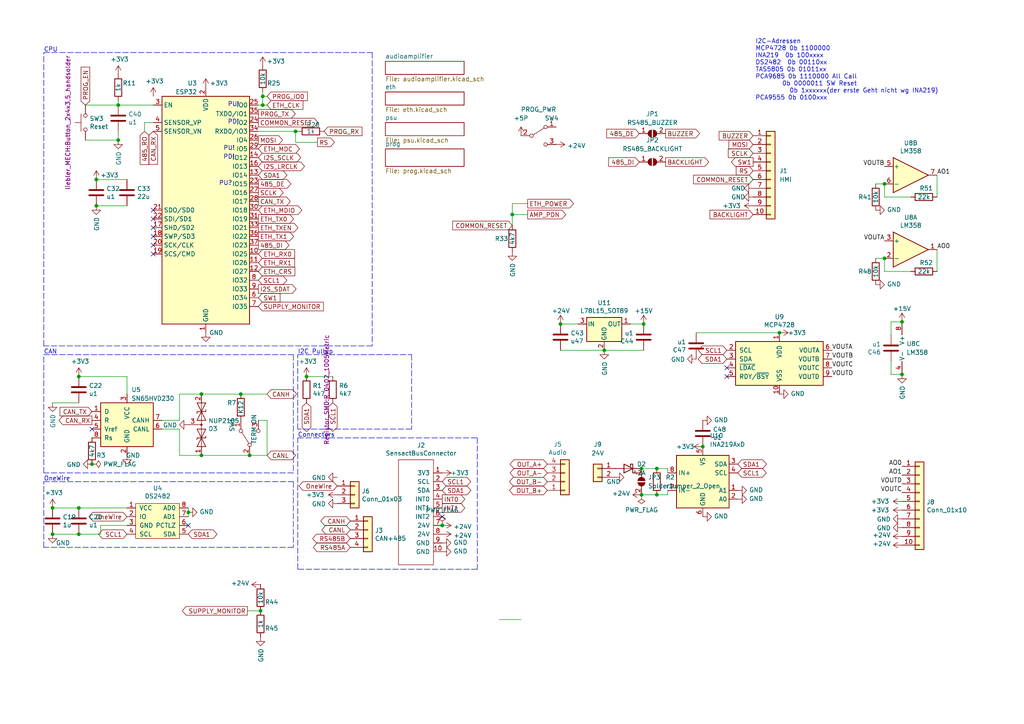
<source format=kicad_sch>
(kicad_sch (version 20211123) (generator eeschema)
  (paper "A4")
  (junction (at 262.89 -29.21))
  (junction (at 203.835 129.54))
  (junction (at 34.29 40.64))
  (junction (at 22.86 109.22))
  (junction (at 26.67 134.62))
  (junction (at 58.42 132.08))
  (junction (at 54.61 148.59))
  (junction (at 226.06 96.52))
  (junction (at 186.69 93.98))
  (junction (at 27.94 59.69))
  (junction (at 256.54 74.93))
  (junction (at 261.62 93.345))
  (junction (at 269.24 -35.56))
  (junction (at 148.59 62.23))
  (junction (at 162.56 93.98))
  (junction (at 58.42 114.3))
  (junction (at 76.2 27.94))
  (junction (at 22.86 147.32))
  (junction (at 251.46 -39.37))
  (junction (at 27.94 52.07))
  (junction (at 190.5 143.51))
  (junction (at 15.24 147.32))
  (junction (at 72.39 132.08))
  (junction (at 75.565 177.165))
  (junction (at 76.2 30.48))
  (junction (at 186.055 135.89))
  (junction (at 22.86 154.94))
  (junction (at 85.725 38.1))
  (junction (at 262.89 -21.59))
  (junction (at 88.9 109.22))
  (junction (at 186.055 143.51))
  (junction (at 261.62 108.585))
  (junction (at 128.27 152.4))
  (junction (at 69.85 114.3))
  (junction (at 34.29 30.48))
  (junction (at 175.26 101.6))
  (junction (at 256.54 53.34))
  (junction (at 190.5 135.89))
  (junction (at 15.24 154.94))
  (junction (at 266.7 -29.21))
  (no_connect (at 44.45 60.96))
  (no_connect (at 44.45 73.66))
  (no_connect (at 210.82 109.22))
  (no_connect (at 210.82 106.68))
  (no_connect (at 54.61 152.4))
  (no_connect (at 26.67 124.46))
  (no_connect (at 44.45 68.58))
  (no_connect (at 128.27 149.86))
  (no_connect (at 44.45 63.5))
  (no_connect (at 44.45 71.12))
  (no_connect (at 44.45 66.04))
  (wire (pts (xy 34.29 38.1) (xy 34.29 40.64)))
  (wire (pts (xy 226.06 96.52) (xy 201.93 96.52)))
  (polyline (pts (xy 287.02 -8.89) (xy 287.02 -40.64)))
  (wire (pts (xy 46.99 124.46) (xy 52.07 124.46)))
  (wire (pts (xy 262.89 -21.59) (xy 262.89 -26.67)))
  (polyline (pts (xy 86.36 124.46) (xy 86.36 102.87)))
  (wire (pts (xy 34.29 30.48) (xy 24.765 30.48)))
  (wire (pts (xy 162.56 101.6) (xy 175.26 101.6)))
  (wire (pts (xy 22.86 147.32) (xy 36.83 147.32)))
  (wire (pts (xy 85.725 38.1) (xy 86.36 38.1)))
  (wire (pts (xy 271.78 -26.67) (xy 270.51 -26.67)))
  (wire (pts (xy 271.78 72.39) (xy 271.78 78.74)))
  (polyline (pts (xy 12.7 137.16) (xy 12.7 102.87)))
  (polyline (pts (xy 107.95 15.24) (xy 107.95 100.33)))
  (wire (pts (xy 190.5 143.51) (xy 193.675 143.51)))
  (wire (pts (xy 36.83 59.69) (xy 27.94 59.69)))
  (wire (pts (xy 54.61 148.59) (xy 54.61 149.86)))
  (wire (pts (xy 264.16 57.15) (xy 256.54 57.15)))
  (wire (pts (xy 15.24 147.32) (xy 22.86 147.32)))
  (wire (pts (xy 258.445 108.585) (xy 261.62 108.585)))
  (wire (pts (xy 190.5 135.89) (xy 186.055 135.89)))
  (polyline (pts (xy 86.36 102.87) (xy 119.38 102.87)))
  (wire (pts (xy 58.42 114.3) (xy 69.85 114.3)))
  (wire (pts (xy 241.3 -26.67) (xy 241.3 -24.13)))
  (wire (pts (xy 258.445 93.345) (xy 258.445 97.155)))
  (wire (pts (xy 76.2 27.94) (xy 76.2 30.48)))
  (wire (pts (xy 254 74.93) (xy 256.54 74.93)))
  (wire (pts (xy 258.445 104.775) (xy 258.445 108.585)))
  (wire (pts (xy 264.16 78.74) (xy 256.54 78.74)))
  (wire (pts (xy 148.59 59.055) (xy 153.035 59.055)))
  (wire (pts (xy 182.88 93.98) (xy 186.69 93.98)))
  (wire (pts (xy 58.42 114.3) (xy 52.07 114.3)))
  (polyline (pts (xy 85.09 158.75) (xy 12.7 158.75)))
  (wire (pts (xy 251.46 -39.37) (xy 237.49 -39.37)))
  (polyline (pts (xy 86.36 127) (xy 138.43 127)))
  (wire (pts (xy 29.21 152.4) (xy 29.21 154.94)))
  (polyline (pts (xy 85.09 102.87) (xy 85.09 137.16)))
  (polyline (pts (xy 12.7 100.33) (xy 12.7 15.24)))
  (polyline (pts (xy 232.41 -8.89) (xy 232.41 -40.64)))
  (wire (pts (xy 256.54 53.34) (xy 254 53.34)))
  (wire (pts (xy 36.83 52.07) (xy 27.94 52.07)))
  (wire (pts (xy 175.26 101.6) (xy 186.69 101.6)))
  (wire (pts (xy 261.62 93.345) (xy 258.445 93.345)))
  (wire (pts (xy 71.755 177.165) (xy 75.565 177.165)))
  (wire (pts (xy 22.86 116.84) (xy 15.24 116.84)))
  (polyline (pts (xy 232.41 -40.64) (xy 287.02 -40.64)))
  (wire (pts (xy 162.56 93.98) (xy 167.64 93.98)))
  (wire (pts (xy 256.54 78.74) (xy 256.54 74.93)))
  (polyline (pts (xy 85.09 139.7) (xy 85.09 158.75)))
  (wire (pts (xy 34.29 30.48) (xy 44.45 30.48)))
  (wire (pts (xy 269.24 -29.21) (xy 269.24 -35.56)))
  (wire (pts (xy 52.07 132.08) (xy 58.42 132.08)))
  (wire (pts (xy 44.45 35.56) (xy 41.91 35.56)))
  (polyline (pts (xy 12.7 139.7) (xy 85.09 139.7)))
  (wire (pts (xy 36.83 152.4) (xy 29.21 152.4)))
  (wire (pts (xy 72.39 132.08) (xy 77.47 132.08)))
  (polyline (pts (xy 86.36 165.1) (xy 86.36 127)))
  (polyline (pts (xy 85.09 137.16) (xy 12.7 137.16)))
  (wire (pts (xy 148.59 62.23) (xy 153.035 62.23)))
  (wire (pts (xy 265.43 -21.59) (xy 262.89 -21.59)))
  (wire (pts (xy 266.7 -29.21) (xy 262.89 -29.21)))
  (wire (pts (xy 69.85 114.3) (xy 77.47 114.3)))
  (wire (pts (xy 54.61 147.32) (xy 54.61 148.59)))
  (wire (pts (xy 41.91 35.56) (xy 41.91 38.1)))
  (polyline (pts (xy 12.7 158.75) (xy 12.7 139.7)))
  (wire (pts (xy 77.47 27.94) (xy 76.2 27.94)))
  (wire (pts (xy 279.4 -31.75) (xy 271.78 -31.75)))
  (wire (pts (xy 22.86 154.94) (xy 15.24 154.94)))
  (wire (pts (xy 193.675 135.89) (xy 193.675 137.16)))
  (wire (pts (xy 190.5 135.89) (xy 193.675 135.89)))
  (wire (pts (xy 52.07 121.92) (xy 46.99 121.92)))
  (polyline (pts (xy 232.41 -8.89) (xy 287.02 -8.89)))
  (wire (pts (xy 76.2 26.67) (xy 76.2 27.94)))
  (polyline (pts (xy 138.43 127) (xy 138.43 165.1)))
  (wire (pts (xy 271.78 -31.75) (xy 271.78 -26.67)))
  (wire (pts (xy 148.59 62.23) (xy 148.59 59.055)))
  (wire (pts (xy 22.86 109.22) (xy 36.83 109.22)))
  (wire (pts (xy 92.075 41.275) (xy 85.725 41.275)))
  (wire (pts (xy 269.24 -35.56) (xy 269.24 -39.37)))
  (wire (pts (xy 85.725 41.275) (xy 85.725 38.1)))
  (wire (pts (xy 193.675 143.51) (xy 193.675 142.24)))
  (wire (pts (xy 34.29 40.64) (xy 24.765 40.64)))
  (polyline (pts (xy 12.7 15.24) (xy 107.95 15.24)))
  (wire (pts (xy 279.4 -33.02) (xy 279.4 -31.75)))
  (wire (pts (xy 266.7 -31.75) (xy 266.7 -29.21)))
  (wire (pts (xy 144.78 179.705) (xy 151.13 179.705)))
  (wire (pts (xy 261.62 -21.59) (xy 262.89 -21.59)))
  (polyline (pts (xy 119.38 124.46) (xy 86.36 124.46)))
  (wire (pts (xy 58.42 132.08) (xy 72.39 132.08)))
  (wire (pts (xy 52.07 114.3) (xy 52.07 121.92)))
  (wire (pts (xy 36.83 114.3) (xy 36.83 109.22)))
  (wire (pts (xy 262.89 -29.21) (xy 261.62 -29.21)))
  (wire (pts (xy 271.78 50.8) (xy 271.78 57.15)))
  (polyline (pts (xy 107.95 100.33) (xy 12.7 100.33)))
  (wire (pts (xy 74.93 30.48) (xy 76.2 30.48)))
  (polyline (pts (xy 119.38 102.87) (xy 119.38 124.46)))
  (polyline (pts (xy 138.43 165.1) (xy 86.36 165.1)))
  (wire (pts (xy 279.4 -39.37) (xy 279.4 -38.1)))
  (wire (pts (xy 77.47 121.92) (xy 77.47 132.08)))
  (wire (pts (xy 52.07 124.46) (xy 52.07 132.08)))
  (wire (pts (xy 269.24 -39.37) (xy 279.4 -39.37)))
  (wire (pts (xy 29.21 154.94) (xy 22.86 154.94)))
  (wire (pts (xy 186.055 143.51) (xy 190.5 143.51)))
  (wire (pts (xy 74.93 121.92) (xy 77.47 121.92)))
  (wire (pts (xy 96.52 109.22) (xy 88.9 109.22)))
  (wire (pts (xy 256.54 57.15) (xy 256.54 53.34)))
  (wire (pts (xy 74.93 38.1) (xy 85.725 38.1)))
  (wire (pts (xy 266.7 -29.21) (xy 269.24 -29.21)))
  (wire (pts (xy 148.59 65.405) (xy 148.59 62.23)))
  (wire (pts (xy 76.2 30.48) (xy 77.47 30.48)))
  (polyline (pts (xy 12.7 102.87) (xy 85.09 102.87)))
  (wire (pts (xy 34.29 30.48) (xy 34.29 29.21)))
  (text "OneWire" (at 12.7 139.7 0) (effects (font (size 1.27 1.27)) (justify left bottom)))
  (text "PU!" (at 64.77 43.815 0) (effects (font (size 1.27 1.27)) (justify left bottom)))
  (text "Connectors" (at 86.36 127 0) (effects (font (size 1.27 1.27)) (justify left bottom)))
  (text "I2C-Adressen\nMCP4728 0b 1100000\nINA219  0b 100xxxx\nDS2482  0b 00110xx\nTAS5805 0b 01011xx\nPCA9685 0b 1110000 All Call\n        0b 0000011 SW Reset\n		0b 1xxxxxx(der erste Geht nicht wg INA219)\nPCA9555 0b 0100xxx" (at 219.075 29.21 0) (effects (font (size 1.27 1.27)) (justify left bottom)))
  (text "RS485" (at 232.41 -40.64 0) (effects (font (size 1.27 1.27)) (justify left bottom)))
  (text "PD!" (at 64.77 46.355 0) (effects (font (size 1.27 1.27)) (justify left bottom)))
  (text "PU!" (at 66.04 31.115 0) (effects (font (size 1.27 1.27)) (justify left bottom)))
  (text "I2C Pullup" (at 86.36 102.87 0) (effects (font (size 1.27 1.27)) (justify left bottom)))
  (text "PD!" (at 66.04 36.195 0) (effects (font (size 1.27 1.27)) (justify left bottom)))
  (text "CAN" (at 12.7 102.87 0) (effects (font (size 1.27 1.27)) (justify left bottom)))
  (text "PU?" (at 63.5 53.975 0) (effects (font (size 1.27 1.27)) (justify left bottom)))
  (text "CPU" (at 12.7 15.24 0) (effects (font (size 1.27 1.27)) (justify left bottom)))
  (label "AO0" (at 271.78 72.39 0))
  (label "VOUTD" (at 241.3 109.22 0))
  (label "VOUTC" (at 261.62 142.875 180))
  (label "VOUTD" (at 261.62 140.335 180))
  (label "AO1" (at 261.62 137.795 180))
  (label "VOUTA" (at 241.3 101.6 0))
  (label "VOUTB" (at 241.3 104.14 0))
  (label "VOUTC" (at 241.3 106.68 0))
  (label "AO0" (at 261.62 135.255 180))
  (label "VOUTB" (at 256.54 48.26 180))
  (label "AO1" (at 271.78 50.8 0))
  (label "VOUTA" (at 256.54 69.85 180))
  (global_label "AMP_PDN" (shape output) (at 153.035 62.23 0) (property "Intersheet References" "${INTERSHEET_REFS}" (effects hide)))
  (global_label "SCL1" (shape bidirectional) (at 213.995 137.16 0) (property "Intersheet References" "${INTERSHEET_REFS}" (effects hide)))
  (global_label "SDA1" (shape bidirectional) (at 213.995 134.62 0) (property "Intersheet References" "${INTERSHEET_REFS}" (effects hide)))
  (global_label "PROG_IO0" (shape input) (at 77.47 27.94 0) (property "Intersheet References" "${INTERSHEET_REFS}" (effects hide)))
  (global_label "CANL" (shape bidirectional) (at 77.47 132.08 0) (property "Intersheet References" "${INTERSHEET_REFS}" (effects hide)))
  (global_label "ETH_TX1" (shape output) (at 74.93 68.58 0) (property "Intersheet References" "${INTERSHEET_REFS}" (effects hide)))
  (global_label "OUT_B+" (shape bidirectional) (at 158.75 142.24 180) (property "Intersheet References" "${INTERSHEET_REFS}" (effects hide)))
  (global_label "SUPPLY_MONITOR" (shape output) (at 71.755 177.165 180) (property "Intersheet References" "${INTERSHEET_REFS}" (effects hide)))
  (global_label "INT0" (shape output) (at 128.27 144.78 0) (property "Intersheet References" "${INTERSHEET_REFS}" (effects hide)))
  (global_label "SDA1" (shape bidirectional) (at 54.61 154.94 0) (property "Intersheet References" "${INTERSHEET_REFS}" (effects hide)))
  (global_label "RS485B" (shape bidirectional) (at 101.6 156.21 180) (property "Intersheet References" "${INTERSHEET_REFS}" (effects hide)))
  (global_label "PROG_RX" (shape input) (at 93.98 38.1 0) (property "Intersheet References" "${INTERSHEET_REFS}" (effects hide)))
  (global_label "SDA1" (shape bidirectional) (at 88.9 116.84 270) (property "Intersheet References" "${INTERSHEET_REFS}" (effects hide)))
  (global_label "ETH_RX1" (shape input) (at 74.93 76.2 0) (property "Intersheet References" "${INTERSHEET_REFS}" (effects hide)))
  (global_label "SDA1" (shape bidirectional) (at 128.27 142.24 0) (property "Intersheet References" "${INTERSHEET_REFS}" (effects hide)))
  (global_label "SW1" (shape output) (at 218.44 46.99 180) (property "Intersheet References" "${INTERSHEET_REFS}" (effects hide)))
  (global_label "OneWire" (shape bidirectional) (at 36.83 149.86 180) (property "Intersheet References" "${INTERSHEET_REFS}" (effects hide)))
  (global_label "COMMON_RESET" (shape input) (at 218.44 52.07 180) (property "Intersheet References" "${INTERSHEET_REFS}" (effects hide)))
  (global_label "OUT_B-" (shape bidirectional) (at 158.75 139.7 180) (property "Intersheet References" "${INTERSHEET_REFS}" (effects hide)))
  (global_label "SCL1" (shape bidirectional) (at 96.52 116.84 270) (property "Intersheet References" "${INTERSHEET_REFS}" (effects hide)))
  (global_label "CANL" (shape bidirectional) (at 101.6 153.67 180) (property "Intersheet References" "${INTERSHEET_REFS}" (effects hide)))
  (global_label "OUT_A+" (shape bidirectional) (at 158.75 134.62 180) (property "Intersheet References" "${INTERSHEET_REFS}" (effects hide)))
  (global_label "BUZZER" (shape input) (at 218.44 39.37 180) (property "Intersheet References" "${INTERSHEET_REFS}" (effects hide)))
  (global_label "CAN_RX" (shape output) (at 26.67 121.92 180) (property "Intersheet References" "${INTERSHEET_REFS}" (effects hide)))
  (global_label "485_RO" (shape output) (at 241.3 -29.21 180) (property "Intersheet References" "${INTERSHEET_REFS}" (effects hide)))
  (global_label "COMMON_RESET" (shape input) (at 148.59 65.405 180) (property "Intersheet References" "${INTERSHEET_REFS}" (effects hide)))
  (global_label "485_RO" (shape input) (at 41.91 38.1 270) (property "Intersheet References" "${INTERSHEET_REFS}" (effects hide)))
  (global_label "485_DE" (shape input) (at 185.42 38.735 180) (property "Intersheet References" "${INTERSHEET_REFS}" (effects hide)))
  (global_label "BACKLIGHT" (shape output) (at 193.04 46.99 0) (property "Intersheet References" "${INTERSHEET_REFS}" (effects hide)))
  (global_label "RS485A" (shape bidirectional) (at 265.43 -21.59 0) (property "Intersheet References" "${INTERSHEET_REFS}" (effects hide)))
  (global_label "RS485B" (shape bidirectional) (at 266.7 -31.75 90) (property "Intersheet References" "${INTERSHEET_REFS}" (effects hide)))
  (global_label "485_DI" (shape input) (at 185.42 46.99 180) (property "Intersheet References" "${INTERSHEET_REFS}" (effects hide)))
  (global_label "ETH_RX0" (shape input) (at 74.93 73.66 0) (property "Intersheet References" "${INTERSHEET_REFS}" (effects hide)))
  (global_label "BUZZER" (shape output) (at 193.04 38.735 0) (property "Intersheet References" "${INTERSHEET_REFS}" (effects hide)))
  (global_label "SCL1" (shape bidirectional) (at 210.82 101.6 180) (property "Intersheet References" "${INTERSHEET_REFS}" (effects hide)))
  (global_label "485_DE" (shape input) (at 241.3 -25.4 180) (property "Intersheet References" "${INTERSHEET_REFS}" (effects hide)))
  (global_label "SCL1" (shape bidirectional) (at 128.27 139.7 0) (property "Intersheet References" "${INTERSHEET_REFS}" (effects hide)))
  (global_label "OUT_A-" (shape bidirectional) (at 158.75 137.16 180) (property "Intersheet References" "${INTERSHEET_REFS}" (effects hide)))
  (global_label "OneWire" (shape bidirectional) (at 97.79 140.97 180) (property "Intersheet References" "${INTERSHEET_REFS}" (effects hide)))
  (global_label "I2S_LRCLK" (shape bidirectional) (at 74.93 48.26 0) (property "Intersheet References" "${INTERSHEET_REFS}" (effects hide)))
  (global_label "RS485A" (shape bidirectional) (at 101.6 158.75 180) (property "Intersheet References" "${INTERSHEET_REFS}" (effects hide)))
  (global_label "SDA1" (shape bidirectional) (at 74.93 50.8 0) (property "Intersheet References" "${INTERSHEET_REFS}" (effects hide)))
  (global_label "RS" (shape input) (at 218.44 49.53 180) (property "Intersheet References" "${INTERSHEET_REFS}" (effects hide)))
  (global_label "SDA1" (shape bidirectional) (at 210.82 104.14 180) (property "Intersheet References" "${INTERSHEET_REFS}" (effects hide)))
  (global_label "RS485B" (shape bidirectional) (at 284.48 -21.59 90) (property "Intersheet References" "${INTERSHEET_REFS}" (effects hide)))
  (global_label "MOSI" (shape output) (at 74.93 40.64 0) (property "Intersheet References" "${INTERSHEET_REFS}" (effects hide)))
  (global_label "CANH" (shape bidirectional) (at 77.47 114.3 0) (property "Intersheet References" "${INTERSHEET_REFS}" (effects hide)))
  (global_label "485_DE" (shape output) (at 74.93 53.34 0) (property "Intersheet References" "${INTERSHEET_REFS}" (effects hide)))
  (global_label "I2S_SCLK" (shape bidirectional) (at 74.93 45.72 0) (property "Intersheet References" "${INTERSHEET_REFS}" (effects hide)))
  (global_label "ETH_TXEN" (shape output) (at 74.93 66.04 0) (property "Intersheet References" "${INTERSHEET_REFS}" (effects hide)))
  (global_label "INT1" (shape output) (at 128.27 147.32 0) (property "Intersheet References" "${INTERSHEET_REFS}" (effects hide)))
  (global_label "485_DI" (shape output) (at 74.93 71.12 0) (property "Intersheet References" "${INTERSHEET_REFS}" (effects hide)))
  (global_label "PROG_EN" (shape input) (at 24.765 30.48 90) (property "Intersheet References" "${INTERSHEET_REFS}" (effects hide)))
  (global_label "CAN_RX" (shape input) (at 44.45 38.1 270) (property "Intersheet References" "${INTERSHEET_REFS}" (effects hide)))
  (global_label "CANH" (shape bidirectional) (at 101.6 151.13 180) (property "Intersheet References" "${INTERSHEET_REFS}" (effects hide)))
  (global_label "BACKLIGHT" (shape input) (at 218.44 62.23 180) (property "Intersheet References" "${INTERSHEET_REFS}" (effects hide)))
  (global_label "SCLK" (shape input) (at 218.44 44.45 180) (property "Intersheet References" "${INTERSHEET_REFS}" (effects hide)))
  (global_label "CAN_TX" (shape input) (at 26.67 119.38 180) (property "Intersheet References" "${INTERSHEET_REFS}" (effects hide)))
  (global_label "CAN_TX" (shape output) (at 74.93 58.42 0) (property "Intersheet References" "${INTERSHEET_REFS}" (effects hide)))
  (global_label "COMMON_RESET" (shape output) (at 74.93 35.56 0) (property "Intersheet References" "${INTERSHEET_REFS}" (effects hide)))
  (global_label "RS" (shape output) (at 92.075 41.275 0) (property "Intersheet References" "${INTERSHEET_REFS}" (effects hide)))
  (global_label "SUPPLY_MONITOR" (shape input) (at 74.93 88.9 0) (property "Intersheet References" "${INTERSHEET_REFS}" (effects hide)))
  (global_label "SCL1" (shape bidirectional) (at 36.83 154.94 180) (property "Intersheet References" "${INTERSHEET_REFS}" (effects hide)))
  (global_label "ETH_MDC" (shape bidirectional) (at 74.93 43.18 0) (property "Intersheet References" "${INTERSHEET_REFS}" (effects hide)))
  (global_label "I2S_SDAT" (shape output) (at 74.93 83.82 0) (property "Intersheet References" "${INTERSHEET_REFS}" (effects hide)))
  (global_label "RS485A" (shape bidirectional) (at 279.4 -21.59 90) (property "Intersheet References" "${INTERSHEET_REFS}" (effects hide)))
  (global_label "ETH_MDIO" (shape bidirectional) (at 74.93 60.96 0) (property "Intersheet References" "${INTERSHEET_REFS}" (effects hide)))
  (global_label "485_DI" (shape input) (at 241.3 -21.59 180) (property "Intersheet References" "${INTERSHEET_REFS}" (effects hide)))
  (global_label "ETH_TX0" (shape output) (at 74.93 63.5 0) (property "Intersheet References" "${INTERSHEET_REFS}" (effects hide)))
  (global_label "ETH_CRS" (shape input) (at 74.93 78.74 0) (property "Intersheet References" "${INTERSHEET_REFS}" (effects hide)))
  (global_label "ETH_CLK" (shape input) (at 77.47 30.48 0) (property "Intersheet References" "${INTERSHEET_REFS}" (effects hide)))
  (global_label "PROG_TX" (shape output) (at 74.93 33.02 0) (property "Intersheet References" "${INTERSHEET_REFS}" (effects hide)))
  (global_label "SCL1" (shape bidirectional) (at 74.93 81.28 0) (property "Intersheet References" "${INTERSHEET_REFS}" (effects hide)))
  (global_label "ETH_POWER" (shape output) (at 153.035 59.055 0) (property "Intersheet References" "${INTERSHEET_REFS}" (effects hide)))
  (global_label "MOSI" (shape input) (at 218.44 41.91 180) (property "Intersheet References" "${INTERSHEET_REFS}" (effects hide)))
  (global_label "SW1" (shape input) (at 74.93 86.36 0) (property "Intersheet References" "${INTERSHEET_REFS}" (effects hide)))
  (global_label "SCLK" (shape output) (at 74.93 55.88 0) (property "Intersheet References" "${INTERSHEET_REFS}" (effects hide)))
  (symbol (lib_id "Connector_Generic:Conn_01x04") (at 106.68 153.67 0) (unit 1)
    (property "Reference" "J3" (at 108.712 153.8732 0) (effects (justify left)))
    (property "Value" "CAN+485" (at 108.712 156.1846 0) (effects (justify left)))
    (property "Footprint" "Connector_Phoenix_MC:PhoenixContact_MC_1,5_4-G-3.5_1x04_P3.50mm_Horizontal" (effects hide))
  )
  (symbol (lib_id "RF_Module:ESP32-WROOM-32U") (at 59.69 60.96 0) (unit 1)
    (property "Reference" "U3" (at 57.15 24.13 0) (effects (justify right)))
    (property "Value" "ESP32" (at 57.15 26.67 0) (effects (justify right)))
    (property "Footprint" "RF_Module:ESP32-WROOM-32" (effects hide))
    (property "Datasheet" "https://www.espressif.com/sites/default/files/documentation/esp32-wroom-32d_esp32-wroom-32u_datasheet_en.pdf" (effects hide))
  )
  (symbol (lib_id "Interface_CAN_LIN:SN65HVD230") (at 36.83 121.92 0) (unit 1)
    (property "Reference" "U5" (at 38.1 113.03 0) (effects (justify left)))
    (property "Value" "SN65HVD230" (at 38.1 115.57 0) (effects (justify left)))
    (property "Footprint" "Package_SO:SOIC-8_3.9x4.9mm_P1.27mm" (effects hide))
    (property "Datasheet" "http://www.ti.com/lit/ds/symlink/sn65hvd230.pdf" (effects hide))
  )
  (symbol (lib_id "Device:C") (at 22.86 113.03 0) (unit 1)
    (property "Reference" "C22" (at 25.781 111.8616 0) (effects (justify left)))
    (property "Value" "u1" (at 25.781 114.173 0) (effects (justify left)))
    (property "Footprint" "Capacitor_SMD:C_0402_1005Metric" (effects hide))
  )
  (symbol (lib_id "power:GND") (at 15.24 116.84 0) (unit 1)
    (property "Reference" "#PWR0101" (effects hide))
    (property "Value" "GND" (at 15.367 120.0912 90) (effects (justify right)))
  )
  (symbol (lib_id "power:+3V3") (at 22.86 109.22 0) (unit 1)
    (property "Reference" "#PWR0102" (effects hide))
    (property "Value" "+3V3" (at 23.241 104.8258 0))
  )
  (symbol (lib_id "Device:R") (at 88.9 113.03 0) (unit 1)
    (property "Reference" "R1" (at 90.678 111.8616 0) (effects (justify left)))
    (property "Value" "4k7" (at 90.678 114.173 0) (effects (justify left)))
    (property "Footprint" "Resistor_SMD:R_0402_1005Metric" (effects hide))
  )
  (symbol (lib_id "Device:R") (at 96.52 113.03 0) (unit 1)
    (property "Reference" "R6" (at 98.298 111.8616 0) (effects (justify left)))
    (property "Value" "4k7" (at 98.298 114.173 0) (effects (justify left)))
    (property "Footprint" "Resistor_SMD:R_0402_1005Metric" (at 94.742 113.03 90))
  )
  (symbol (lib_id "power:+3V3") (at 88.9 109.22 0) (unit 1)
    (property "Reference" "#PWR0103" (effects hide))
    (property "Value" "+3V3" (at 89.281 104.8258 0))
  )
  (symbol (lib_id "Device:R") (at 26.67 130.81 0) (unit 1)
    (property "Reference" "R3" (at 27.94 132.08 0) (effects (justify left)))
    (property "Value" "4k7" (at 26.67 130.81 90))
    (property "Footprint" "Resistor_SMD:R_0402_1005Metric" (effects hide))
  )
  (symbol (lib_id "power:GND") (at 26.67 134.62 270) (unit 1)
    (property "Reference" "#PWR0104" (effects hide))
    (property "Value" "GND" (at 23.4188 134.747 90) (effects (justify right)))
  )
  (symbol (lib_id "power:GND") (at 36.83 132.08 0) (unit 1)
    (property "Reference" "#PWR0105" (effects hide))
    (property "Value" "GND" (at 40.64 132.08 0) (effects (justify right)))
  )
  (symbol (lib_id "Device:R") (at 69.85 118.11 180) (unit 1)
    (property "Reference" "R7" (at 68.58 116.84 0) (effects (justify left)))
    (property "Value" "K12" (at 69.85 118.11 90))
    (property "Footprint" "Resistor_SMD:R_1206_3216Metric_Pad1.30x1.75mm_HandSolder" (effects hide))
  )
  (symbol (lib_id "Switch:SW_SPDT") (at 72.39 127 90) (unit 1)
    (property "Reference" "SW1" (at 67.31 123.19 0))
    (property "Value" "TERM ON" (at 73.66 124.46 0))
    (property "Footprint" "liebler_MECH:SW_SPDT_PCM12_handsolder" (effects hide))
  )
  (symbol (lib_id "Device:C") (at 15.24 151.13 0) (unit 1)
    (property "Reference" "C19" (at 18.161 149.9616 0) (effects (justify left)))
    (property "Value" "1u" (at 18.161 152.273 0) (effects (justify left)))
    (property "Footprint" "Capacitor_SMD:C_0402_1005Metric" (effects hide))
  )
  (symbol (lib_id "Device:C") (at 22.86 151.13 0) (unit 1)
    (property "Reference" "C20" (at 25.781 149.9616 0) (effects (justify left)))
    (property "Value" "u1" (at 25.781 152.273 0) (effects (justify left)))
    (property "Footprint" "Capacitor_SMD:C_0402_1005Metric" (effects hide))
  )
  (symbol (lib_id "power:GND") (at 15.24 154.94 0) (unit 1)
    (property "Reference" "#PWR0106" (effects hide))
    (property "Value" "GND" (at 20.32 157.48 0) (effects (justify right)))
  )
  (symbol (lib_id "power:+3V3") (at 15.24 147.32 0) (unit 1)
    (property "Reference" "#PWR0107" (effects hide))
    (property "Value" "+3V3" (at 15.621 142.9258 0))
  )
  (symbol (lib_id "power:GND") (at 54.61 148.59 90) (unit 1)
    (property "Reference" "#PWR0108" (effects hide))
    (property "Value" "GND" (at 57.8612 148.463 90) (effects (justify right)))
  )
  (symbol (lib_id "power:GND") (at 128.27 160.02 90) (unit 1)
    (property "Reference" "#PWR0109" (effects hide))
    (property "Value" "GND" (at 131.5212 159.893 90) (effects (justify right)))
  )
  (symbol (lib_id "power:+3V3") (at 59.69 25.4 0) (unit 1)
    (property "Reference" "#PWR0111" (effects hide))
    (property "Value" "+3V3" (at 63.5 24.13 0))
  )
  (symbol (lib_id "power:GND") (at 59.69 96.52 0) (unit 1)
    (property "Reference" "#PWR0112" (effects hide))
    (property "Value" "GND" (at 64.77 96.52 0) (effects (justify right)))
  )
  (symbol (lib_id "Device:R") (at 76.2 22.86 0) (unit 1)
    (property "Reference" "R25" (at 77.47 24.13 0) (effects (justify left)))
    (property "Value" "10k" (at 76.2 22.86 90))
    (property "Footprint" "Resistor_SMD:R_0402_1005Metric" (effects hide))
  )
  (symbol (lib_id "power:+3V3") (at 76.2 19.05 0) (unit 1)
    (property "Reference" "#PWR027" (effects hide))
    (property "Value" "+3V3" (at 80.01 17.78 0))
  )
  (symbol (lib_id "Device:C") (at 34.29 34.29 0) (unit 1)
    (property "Reference" "C40" (at 37.211 33.1216 0) (effects (justify left)))
    (property "Value" "u1" (at 37.211 35.433 0) (effects (justify left)))
    (property "Footprint" "Capacitor_SMD:C_0402_1005Metric" (effects hide))
  )
  (symbol (lib_id "power:GND") (at 34.29 40.64 0) (unit 1)
    (property "Reference" "#PWR029" (effects hide))
    (property "Value" "GND" (at 34.417 43.8912 90) (effects (justify right)))
  )
  (symbol (lib_id "Device:R") (at 34.29 25.4 0) (unit 1)
    (property "Reference" "R11" (at 35.56 24.13 0) (effects (justify left)))
    (property "Value" "1k" (at 34.29 25.4 90))
    (property "Footprint" "Resistor_SMD:R_0402_1005Metric" (effects hide))
  )
  (symbol (lib_id "power:+3V3") (at 34.29 21.59 0) (unit 1)
    (property "Reference" "#PWR028" (effects hide))
    (property "Value" "+3V3" (at 34.671 17.1958 0))
  )
  (symbol (lib_id "power:GND") (at 97.79 138.43 270) (unit 1)
    (property "Reference" "#PWR038" (effects hide))
    (property "Value" "GND" (at 94.5388 138.557 90) (effects (justify right)))
  )
  (symbol (lib_id "power:+3V3") (at 97.79 143.51 90) (unit 1)
    (property "Reference" "#PWR039" (effects hide))
    (property "Value" "+3V3" (at 91.44 143.51 90))
  )
  (symbol (lib_id "power:GND") (at 97.79 146.05 270) (unit 1)
    (property "Reference" "#PWR040" (effects hide))
    (property "Value" "GND" (at 94.5388 146.177 90) (effects (justify right)))
  )
  (symbol (lib_id "Device:C") (at 27.94 55.88 0) (unit 1)
    (property "Reference" "C32" (at 30.861 54.7116 0) (effects (justify left)))
    (property "Value" "u1" (at 30.861 57.023 0) (effects (justify left)))
    (property "Footprint" "Capacitor_SMD:C_0402_1005Metric" (effects hide))
  )
  (symbol (lib_id "Device:C") (at 36.83 55.88 0) (unit 1)
    (property "Reference" "C33" (at 39.751 54.7116 0) (effects (justify left)))
    (property "Value" "22u" (at 39.751 57.023 0) (effects (justify left)))
    (property "Footprint" "Capacitor_SMD:C_0603_1608Metric" (effects hide))
  )
  (symbol (lib_id "power:+3V3") (at 27.94 52.07 0) (unit 1)
    (property "Reference" "#PWR0113" (effects hide))
    (property "Value" "+3V3" (at 31.75 50.8 0))
  )
  (symbol (lib_id "power:GND") (at 27.94 59.69 0) (unit 1)
    (property "Reference" "#PWR0114" (effects hide))
    (property "Value" "GND" (at 28.067 62.9412 90) (effects (justify right)))
  )
  (symbol (lib_id "Switch:SW_Push") (at 24.765 35.56 90) (unit 1)
    (property "Reference" "SW3" (at 25.9842 34.3916 90) (effects (justify right)))
    (property "Value" "Reset" (at 25.9842 36.703 90) (effects (justify right)))
    (property "Footprint" "liebler_MECH:Button_2x4x3,5_handsolder" (at 19.685 35.56 0))
  )
  (symbol (lib_id "power:+3V3") (at 44.45 27.94 0) (unit 1)
    (property "Reference" "#PWR034" (effects hide))
    (property "Value" "+3V3" (at 44.831 23.5458 0))
  )
  (symbol (lib_id "Diode:SM712_SOT23") (at 58.42 123.19 270) (mirror x) (unit 1)
    (property "Reference" "D3" (at 60.4266 124.3584 90) (effects (justify left)))
    (property "Value" "NUP2105" (at 60.4266 122.047 90) (effects (justify left)))
    (property "Footprint" "Package_TO_SOT_SMD:SOT-23_Handsoldering" (effects hide))
    (property "Datasheet" "https://www.littelfuse.com/~/media/electronics/datasheets/tvs_diode_arrays/littelfuse_tvs_diode_array_sm712_datasheet.pdf.pdf" (effects hide))
  )
  (symbol (lib_id "power:GND") (at 54.61 123.19 270) (unit 1)
    (property "Reference" "#PWR037" (effects hide))
    (property "Value" "GND" (at 51.3588 123.317 90) (effects (justify right)))
  )
  (symbol (lib_id "power:+3V3") (at 128.27 137.16 270) (unit 1)
    (property "Reference" "#PWR0123" (effects hide))
    (property "Value" "+3V3" (at 133.35 137.16 90))
  )
  (symbol (lib_id "power:+24V") (at 128.27 154.94 270) (unit 1)
    (property "Reference" "#PWR0126" (effects hide))
    (property "Value" "+24V" (at 131.5212 155.321 90) (effects (justify left)))
  )
  (symbol (lib_id "power:+24V") (at 128.27 152.4 270) (unit 1)
    (property "Reference" "#PWR0124" (effects hide))
    (property "Value" "+24V" (at 131.5212 152.781 90) (effects (justify left)))
  )
  (symbol (lib_id "power:GND") (at 128.27 157.48 90) (unit 1)
    (property "Reference" "#PWR0125" (effects hide))
    (property "Value" "GND" (at 131.5212 157.353 90) (effects (justify right)))
  )
  (symbol (lib_id "Connector_Generic:Conn_01x04") (at 163.83 139.7 0) (mirror x) (unit 1)
    (property "Reference" "J5" (at 161.7472 128.905 0))
    (property "Value" "Audio" (at 161.7472 131.2164 0))
    (property "Footprint" "Connector_Phoenix_MC:PhoenixContact_MC_1,5_4-G-3.5_1x04_P3.50mm_Horizontal" (effects hide))
  )
  (symbol (lib_id "power:PWR_FLAG") (at 128.27 152.4 0) (unit 1)
    (property "Reference" "#FLG0101" (effects hide))
    (property "Value" "PWR_FLAG" (at 128.27 148.0058 0))
  )
  (symbol (lib_id "power:PWR_FLAG") (at 26.67 134.62 270) (unit 1)
    (property "Reference" "#FLG0104" (effects hide))
    (property "Value" "PWR_FLAG" (at 29.9212 134.62 90) (effects (justify left)))
  )
  (symbol (lib_id "Device:R") (at 75.565 173.355 0) (unit 1)
    (property "Reference" "R44" (at 76.835 174.625 0) (effects (justify left)))
    (property "Value" "10k" (at 75.565 173.355 90))
    (property "Footprint" "Resistor_SMD:R_0402_1005Metric" (effects hide))
  )
  (symbol (lib_id "Device:R") (at 75.565 180.975 0) (unit 1)
    (property "Reference" "R45" (at 76.835 182.245 0) (effects (justify left)))
    (property "Value" "1k" (at 75.565 180.975 90))
    (property "Footprint" "Resistor_SMD:R_0402_1005Metric" (effects hide))
  )
  (symbol (lib_id "power:GND") (at 75.565 184.785 0) (unit 1)
    (property "Reference" "#PWR055" (effects hide))
    (property "Value" "GND" (at 75.692 188.0362 90) (effects (justify right)))
  )
  (symbol (lib_id "sensact:SensactBusConnector") (at 120.65 148.59 0) (unit 1)
    (property "Reference" "J2" (at 122.1232 129.159 0))
    (property "Value" "SensactBusConnector" (at 122.1232 131.4704 0))
    (property "Footprint" "liebler_CONN:IDC-Header_2x05_P2.54mm_Horizontal_tightCrtYd" (effects hide))
  )
  (symbol (lib_id "liebler_SEMICONDUCTORS:DS2482") (at 45.72 151.13 0) (unit 1)
    (property "Reference" "U4" (at 45.72 141.605 0))
    (property "Value" "DS2482" (at 45.72 143.9164 0))
    (property "Footprint" "Package_SO:SOIC-8_3.9x4.9mm_P1.27mm" (effects hide))
  )
  (symbol (lib_id "power:+24V") (at 161.29 41.91 270) (unit 1)
    (property "Reference" "#PWR064" (effects hide))
    (property "Value" "+24V" (at 164.5412 42.291 90) (effects (justify left)))
  )
  (symbol (lib_id "Switch:SW_SPDT") (at 156.21 39.37 0) (unit 1)
    (property "Reference" "SW4" (at 160.02 34.29 0))
    (property "Value" "PROG_PWR" (at 156.21 31.75 0))
    (property "Footprint" "liebler_MECH:SW_SPDT_PCM12_handsolder" (effects hide))
  )
  (symbol (lib_id "Device:C") (at 162.56 97.79 0) (unit 1)
    (property "Reference" "C43" (at 165.481 96.6216 0) (effects (justify left)))
    (property "Value" "u47" (at 165.481 98.933 0) (effects (justify left)))
    (property "Footprint" "Capacitor_SMD:C_0805_2012Metric" (effects hide))
  )
  (symbol (lib_id "Device:C") (at 186.69 97.79 180) (unit 1)
    (property "Reference" "C44" (at 183.769 98.9584 0) (effects (justify left)))
    (property "Value" "u1" (at 183.769 96.647 0) (effects (justify left)))
    (property "Footprint" "Capacitor_SMD:C_0402_1005Metric" (effects hide))
  )
  (symbol (lib_id "power:+15V") (at 186.69 93.98 0) (unit 1)
    (property "Reference" "#PWR047" (effects hide))
    (property "Value" "+15V" (at 186.69 90.17 0))
  )
  (symbol (lib_id "Connector_Generic:Conn_01x03") (at 102.87 143.51 0) (unit 1)
    (property "Reference" "J6" (at 104.902 142.4432 0) (effects (justify left)))
    (property "Value" "Conn_01x03" (at 104.902 144.7546 0) (effects (justify left)))
    (property "Footprint" "liebler_CONN:KF141R-3p" (effects hide))
  )
  (symbol (lib_id "Device:R") (at 267.97 57.15 270) (unit 1)
    (property "Reference" "R51" (at 266.7 54.61 90) (effects (justify left)))
    (property "Value" "22k" (at 267.97 57.15 90))
    (property "Footprint" "Resistor_SMD:R_0402_1005Metric" (effects hide))
  )
  (symbol (lib_id "Analog_DAC:MCP4728") (at 226.06 104.14 0) (unit 1)
    (property "Reference" "U9" (at 226.06 91.9226 0))
    (property "Value" "MCP4728" (at 226.06 94.234 0))
    (property "Footprint" "Package_SO:MSOP-10_3x3mm_P0.5mm" (effects hide))
    (property "Datasheet" "http://ww1.microchip.com/downloads/en/DeviceDoc/22187E.pdf" (effects hide))
  )
  (symbol (lib_id "power:GND") (at 254 82.55 90) (unit 1)
    (property "Reference" "#PWR067" (effects hide))
    (property "Value" "GND" (at 257.2512 82.423 90) (effects (justify right)))
  )
  (symbol (lib_id "power:GND") (at 254 60.96 90) (unit 1)
    (property "Reference" "#PWR063" (effects hide))
    (property "Value" "GND" (at 257.2512 60.833 90) (effects (justify right)))
  )
  (symbol (lib_id "Amplifier_Operational:LM358") (at 264.16 72.39 0) (unit 1)
    (property "Reference" "U8" (at 264.16 63.0682 0))
    (property "Value" "LM358" (at 264.16 65.3796 0))
    (property "Footprint" "Package_SO:SOIC-8_3.9x4.9mm_P1.27mm" (effects hide))
    (property "Datasheet" "http://www.ti.com/lit/ds/symlink/lm2904-n.pdf" (effects hide))
  )
  (symbol (lib_id "Amplifier_Operational:LM358") (at 264.16 50.8 0) (unit 2)
    (property "Reference" "U8" (at 264.16 41.4782 0))
    (property "Value" "LM358" (at 264.16 43.7896 0))
    (property "Footprint" "Package_SO:SOIC-8_3.9x4.9mm_P1.27mm" (effects hide))
    (property "Datasheet" "http://www.ti.com/lit/ds/symlink/lm2904-n.pdf" (effects hide))
  )
  (symbol (lib_id "Connector_Generic:Conn_01x10") (at 266.7 145.415 0) (unit 1)
    (property "Reference" "J8" (at 268.732 145.6182 0) (effects (justify left)))
    (property "Value" "Conn_01x10" (at 268.732 147.9296 0) (effects (justify left)))
    (property "Footprint" "Connector_PinHeader_2.54mm:PinHeader_2x05_P2.54mm_Vertical" (effects hide))
  )
  (symbol (lib_id "power:+3V3") (at 226.06 96.52 270) (unit 1)
    (property "Reference" "#PWR061" (effects hide))
    (property "Value" "+3V3" (at 231.14 96.52 90))
  )
  (symbol (lib_id "power:GND") (at 226.06 114.3 90) (unit 1)
    (property "Reference" "#PWR062" (effects hide))
    (property "Value" "GND" (at 229.3112 114.173 90) (effects (justify right)))
  )
  (symbol (lib_id "power:+24V") (at 162.56 93.98 0) (unit 1)
    (property "Reference" "#PWR046" (effects hide))
    (property "Value" "+24V" (at 160.02 90.17 0) (effects (justify left)))
  )
  (symbol (lib_id "Device:C") (at 201.93 100.33 180) (unit 1)
    (property "Reference" "C47" (at 199.009 101.4984 0) (effects (justify left)))
    (property "Value" "u1" (at 199.009 99.187 0) (effects (justify left)))
    (property "Footprint" "Capacitor_SMD:C_0402_1005Metric" (effects hide))
  )
  (symbol (lib_id "power:GND") (at 201.93 104.14 270) (unit 1)
    (property "Reference" "#PWR050" (effects hide))
    (property "Value" "GND" (at 198.6788 104.267 90) (effects (justify right)))
  )
  (symbol (lib_id "Device:R") (at 254 57.15 0) (unit 1)
    (property "Reference" "R41" (at 248.92 57.15 0) (effects (justify left)))
    (property "Value" "10k" (at 254 57.15 90))
    (property "Footprint" "Resistor_SMD:R_0402_1005Metric" (effects hide))
  )
  (symbol (lib_id "Device:R") (at 254 78.74 0) (unit 1)
    (property "Reference" "R48" (at 248.92 78.74 0) (effects (justify left)))
    (property "Value" "10k" (at 254 78.74 90))
    (property "Footprint" "Resistor_SMD:R_0402_1005Metric" (effects hide))
  )
  (symbol (lib_id "Device:R") (at 267.97 78.74 270) (unit 1)
    (property "Reference" "R52" (at 266.7 76.2 90) (effects (justify left)))
    (property "Value" "22k" (at 267.97 78.74 90))
    (property "Footprint" "Resistor_SMD:R_0402_1005Metric" (effects hide))
  )
  (symbol (lib_id "Regulator_Linear:L78L05_SOT89") (at 175.26 93.98 0) (unit 1)
    (property "Reference" "U11" (at 175.26 87.8332 0))
    (property "Value" "L78L15_SOT89" (at 175.26 90.1446 0))
    (property "Footprint" "Package_TO_SOT_SMD:SOT-89-3_Handsoldering" (effects hide))
    (property "Datasheet" "http://www.st.com/content/ccc/resource/technical/document/datasheet/15/55/e5/aa/23/5b/43/fd/CD00000446.pdf/files/CD00000446.pdf/jcr:content/translations/en.CD00000446.pdf" (effects hide))
  )
  (symbol (lib_id "power:GND") (at 175.26 101.6 0) (unit 1)
    (property "Reference" "#PWR0117" (effects hide))
    (property "Value" "GND" (at 175.387 104.8512 90) (effects (justify right)))
  )
  (symbol (lib_id "power:GND") (at 261.62 150.495 270) (unit 1)
    (property "Reference" "#PWR0118" (effects hide))
    (property "Value" "GND" (at 258.3688 150.622 90) (effects (justify right)))
  )
  (symbol (lib_id "power:GND") (at 261.62 153.035 270) (unit 1)
    (property "Reference" "#PWR0119" (effects hide))
    (property "Value" "GND" (at 258.3688 153.162 90) (effects (justify right)))
  )
  (symbol (lib_id "power:GND") (at 262.89 -36.83 180) (unit 1)
    (property "Reference" "#PWR0128" (effects hide))
    (property "Value" "GND" (at 260.35 -36.83 0))
  )
  (symbol (lib_id "Device:R") (at 262.89 -17.78 180) (unit 1)
    (property "Reference" "R22" (at 265.43 -17.78 90))
    (property "Value" "1k" (at 262.89 -17.78 90))
    (property "Footprint" "Resistor_SMD:R_0603_1608Metric" (effects hide))
  )
  (symbol (lib_id "power:GND") (at 218.44 57.15 270) (unit 1)
    (property "Reference" "#PWR0132" (effects hide))
    (property "Value" "GND" (at 212.09 57.15 90) (effects (justify left)))
  )
  (symbol (lib_id "Device:C") (at 203.835 125.73 0) (unit 1)
    (property "Reference" "C48" (at 206.756 124.5616 0) (effects (justify left)))
    (property "Value" "u1" (at 206.756 126.873 0) (effects (justify left)))
    (property "Footprint" "Capacitor_SMD:C_0805_2012Metric_Pad1.18x1.45mm_HandSolder" (effects hide))
  )
  (symbol (lib_id "power:GND") (at 237.49 -31.75 270) (unit 1)
    (property "Reference" "#PWR0129" (effects hide))
    (property "Value" "GND" (at 240.03 -31.75 90))
  )
  (symbol (lib_id "Interface_UART:MAX3485") (at 251.46 -26.67 0) (unit 1)
    (property "Reference" "U6" (at 241.3 -15.24 0))
    (property "Value" "MAX3485" (at 257.81 -12.7 0))
    (property "Footprint" "Package_SO:SOIC-8_3.9x4.9mm_P1.27mm" (effects hide))
    (property "Datasheet" "https://datasheets.maximintegrated.com/en/ds/MAX3483-MAX3491.pdf" (effects hide))
  )
  (symbol (lib_id "power:+24V") (at 75.565 169.545 90) (unit 1)
    (property "Reference" "#PWR0115" (effects hide))
    (property "Value" "+24V" (at 72.3138 169.164 90) (effects (justify left)))
  )
  (symbol (lib_id "power:GND") (at 178.435 138.43 90) (unit 1)
    (property "Reference" "#PWR0144" (effects hide))
    (property "Value" "GND" (at 175.895 139.7 90) (effects (justify right)))
  )
  (symbol (lib_id "Connector_Generic:Conn_01x10") (at 223.52 49.53 0) (unit 1)
    (property "Reference" "J1" (at 226.06 49.5299 0) (effects (justify left)))
    (property "Value" "HMI" (at 226.06 52.0699 0) (effects (justify left)))
    (property "Footprint" "Connector_FFC-FPC:Hirose_FH12-10S-0.5SH_1x10-1MP_P0.50mm_Horizontal" (effects hide))
  )
  (symbol (lib_id "Device:C") (at 258.445 100.965 180) (unit 1)
    (property "Reference" "C46" (at 255.524 102.1334 0) (effects (justify left)))
    (property "Value" "u1" (at 255.524 99.822 0) (effects (justify left)))
    (property "Footprint" "Capacitor_SMD:C_0402_1005Metric" (effects hide))
  )
  (symbol (lib_id "Jumper:SolderJumper_2_Open") (at 189.23 38.735 0) (unit 1)
    (property "Reference" "JP1" (at 189.23 33.02 0))
    (property "Value" "RS485_BUZZER" (at 189.23 35.56 0))
    (property "Footprint" "Jumper:SolderJumper-2_P1.3mm_Open_RoundedPad1.0x1.5mm" (effects hide))
  )
  (symbol (lib_id "Power_Protection:NUP2105L") (at 281.94 -16.51 0) (unit 1)
    (property "Reference" "D1" (at 283.21 -12.7 0) (effects (justify left)))
    (property "Value" "PSM712" (at 271.78 -12.7 0) (effects (justify left)))
    (property "Footprint" "Package_TO_SOT_SMD:SOT-23_Handsoldering" (effects hide))
    (property "Datasheet" "http://www.onsemi.com/pub_link/Collateral/NUP2105L-D.PDF" (effects hide))
  )
  (symbol (lib_id "power:PWR_FLAG") (at 186.055 143.51 180) (unit 1)
    (property "Reference" "#FLG0102" (effects hide))
    (property "Value" "PWR_FLAG" (at 186.055 147.9042 0))
  )
  (symbol (lib_id "power:+24V") (at 186.055 143.51 90) (unit 1)
    (property "Reference" "#PWR0116" (effects hide))
    (property "Value" "+24V" (at 182.8038 143.129 90) (effects (justify left)))
  )
  (symbol (lib_id "Device:C") (at 237.49 -35.56 180) (unit 1)
    (property "Reference" "C31" (at 240.411 -36.7284 0) (effects (justify right)))
    (property "Value" "u1" (at 240.411 -34.417 0) (effects (justify right)))
    (property "Footprint" "Capacitor_SMD:C_0402_1005Metric" (effects hide))
  )
  (symbol (lib_id "power:+3V3") (at 261.62 145.415 90) (unit 1)
    (property "Reference" "#PWR0150" (effects hide))
    (property "Value" "+3V3" (at 255.27 145.415 90))
  )
  (symbol (lib_id "Jumper:SolderJumper_2_Open") (at 186.055 139.7 270) (unit 1)
    (property "Reference" "JP3" (at 187.96 138.4299 90) (effects (justify left)))
    (property "Value" "SolderJumper_2_Open" (at 187.96 140.9699 90) (effects (justify left)))
    (property "Footprint" "Jumper:SolderJumper-2_P1.3mm_Open_RoundedPad1.0x1.5mm" (effects hide))
  )
  (symbol (lib_id "Device:R") (at 148.59 69.215 0) (unit 1)
    (property "Reference" "R33" (at 143.51 69.215 0) (effects (justify left)))
    (property "Value" "4k7" (at 148.59 69.215 90))
    (property "Footprint" "Resistor_SMD:R_0402_1005Metric" (effects hide))
  )
  (symbol (lib_id "Device:R") (at 90.17 38.1 270) (unit 1)
    (property "Reference" "R28" (at 88.9 36.195 90) (effects (justify left)))
    (property "Value" "1k" (at 90.17 38.1 90))
    (property "Footprint" "Resistor_SMD:R_0402_1005Metric" (effects hide))
  )
  (symbol (lib_id "Device:R") (at 266.7 -26.67 90) (unit 1)
    (property "Reference" "R23" (at 266.7 -24.13 90))
    (property "Value" "K12" (at 266.7 -26.67 90))
    (property "Footprint" "Resistor_SMD:R_1206_3216Metric_Pad1.30x1.75mm_HandSolder" (effects hide))
  )
  (symbol (lib_id "power:+15V") (at 261.62 93.345 0) (unit 1)
    (property "Reference" "#PWR023" (effects hide))
    (property "Value" "+15V" (at 261.62 89.535 0))
  )
  (symbol (lib_id "power:GND") (at 213.995 142.24 90) (unit 1)
    (property "Reference" "#PWR033" (effects hide))
    (property "Value" "GND" (at 217.2462 142.113 90) (effects (justify right)))
  )
  (symbol (lib_id "power:+3V3") (at 261.62 147.955 90) (unit 1)
    (property "Reference" "#PWR0151" (effects hide))
    (property "Value" "+3V3" (at 255.27 147.955 90))
  )
  (symbol (lib_id "power:GND") (at 148.59 73.025 0) (unit 1)
    (property "Reference" "#PWR0143" (effects hide))
    (property "Value" "GND" (at 148.717 76.2762 90) (effects (justify right)))
  )
  (symbol (lib_id "power:GND") (at 213.995 144.78 90) (unit 1)
    (property "Reference" "#PWR035" (effects hide))
    (property "Value" "GND" (at 217.2462 144.653 90) (effects (justify right)))
  )
  (symbol (lib_id "power:GND") (at 281.94 -11.43 0) (unit 1)
    (property "Reference" "#PWR0121" (effects hide))
    (property "Value" "GND" (at 278.13 -10.16 0))
  )
  (symbol (lib_id "power:+24V") (at 261.62 158.115 90) (unit 1)
    (property "Reference" "#PWR0149" (effects hide))
    (property "Value" "+24V" (at 258.3688 157.734 90) (effects (justify left)))
  )
  (symbol (lib_id "power:+3V3") (at 218.44 59.69 90) (unit 1)
    (property "Reference" "#PWR0131" (effects hide))
    (property "Value" "+3V3" (at 209.55 59.69 90) (effects (justify right)))
  )
  (symbol (lib_id "power:GND") (at 218.44 54.61 270) (unit 1)
    (property "Reference" "#PWR0133" (effects hide))
    (property "Value" "GND" (at 212.09 54.61 90) (effects (justify left)))
  )
  (symbol (lib_id "power:GND") (at 203.835 121.92 90) (unit 1)
    (property "Reference" "#PWR036" (effects hide))
    (property "Value" "GND" (at 207.0862 121.793 90) (effects (justify right)))
  )
  (symbol (lib_id "power:+24V") (at 261.62 155.575 90) (unit 1)
    (property "Reference" "#PWR0148" (effects hide))
    (property "Value" "+24V" (at 258.3688 155.194 90) (effects (justify left)))
  )
  (symbol (lib_id "power:+3V3") (at 203.835 129.54 90) (unit 1)
    (property "Reference" "#PWR031" (effects hide))
    (property "Value" "+3V3" (at 198.755 129.54 90))
  )
  (symbol (lib_id "Jumper:SolderJumper_2_Open") (at 189.23 46.99 0) (unit 1)
    (property "Reference" "JP2" (at 189.23 40.64 0))
    (property "Value" "RS485_BACKLIGHT" (at 189.23 43.18 0))
    (property "Footprint" "Jumper:SolderJumper-2_P1.3mm_Open_RoundedPad1.0x1.5mm" (effects hide))
  )
  (symbol (lib_id "Device:R") (at 262.89 -33.02 180) (unit 1)
    (property "Reference" "R13" (at 265.43 -33.02 90))
    (property "Value" "1k" (at 262.89 -33.02 90))
    (property "Footprint" "Resistor_SMD:R_0603_1608Metric" (effects hide))
  )
  (symbol (lib_id "Analog_ADC:INA219AxD") (at 203.835 139.7 0) (unit 1)
    (property "Reference" "U10" (at 205.8544 126.365 0) (effects (justify left)))
    (property "Value" "INA219AxD" (at 205.8544 128.905 0) (effects (justify left)))
    (property "Footprint" "liebler_SEMICONDUCTORS:SOIC-8_3.9x4.9mm_Pitch1.27mm_handsolder" (effects hide))
    (property "Datasheet" "http://www.ti.com/lit/ds/symlink/ina219.pdf" (effects hide))
  )
  (symbol (lib_id "power:GND") (at 261.62 108.585 0) (unit 1)
    (property "Reference" "#PWR030" (effects hide))
    (property "Value" "GND" (at 261.747 111.8362 90) (effects (justify right)))
  )
  (symbol (lib_id "Device:R") (at 190.5 139.7 0) (unit 1)
    (property "Reference" "R2" (at 193.04 138.4299 0) (effects (justify left)))
    (property "Value" "r1" (at 193.04 140.9699 0) (effects (justify left)))
    (property "Footprint" "Resistor_SMD:R_1206_3216Metric_Pad1.30x1.75mm_HandSolder" (effects hide))
  )
  (symbol (lib_id "Connector_Generic:Conn_01x02") (at 173.355 135.89 0) (mirror y) (unit 1)
    (property "Reference" "J9" (at 173.355 128.905 0))
    (property "Value" "24V" (at 173.355 131.445 0))
    (property "Footprint" "Connector_Phoenix_MC:PhoenixContact_MC_1,5_2-G-3.81_1x02_P3.81mm_Horizontal" (effects hide))
  )
  (symbol (lib_id "Device:D_Schottky") (at 182.245 135.89 180) (unit 1)
    (property "Reference" "D2" (at 186.055 134.62 0))
    (property "Value" "2A" (at 186.055 137.16 0))
    (property "Footprint" "Diode_SMD:D_SMB_Handsoldering" (effects hide))
  )
  (symbol (lib_id "power:GND") (at 251.46 -11.43 270) (unit 1)
    (property "Reference" "#PWR0130" (effects hide))
    (property "Value" "GND" (at 246.38 -11.43 90))
  )
  (symbol (lib_id "power:+5P") (at 151.13 39.37 0) (unit 1)
    (property "Reference" "#PWR0145" (effects hide))
    (property "Value" "+5P" (at 151.13 34.29 0))
  )
  (symbol (lib_id "power:GND") (at 203.835 149.86 90) (unit 1)
    (property "Reference" "#PWR032" (effects hide))
    (property "Value" "GND" (at 207.0862 149.733 90) (effects (justify right)))
  )
  (symbol (lib_id "power:+3V3") (at 251.46 -39.37 270) (unit 1)
    (property "Reference" "#PWR0127" (effects hide))
    (property "Value" "+3V3" (at 254.7112 -38.989 90) (effects (justify left)))
  )
  (symbol (lib_id "Switch:SW_SPDT") (at 274.32 -35.56 0) (mirror x) (unit 1)
    (property "Reference" "SW2" (at 274.32 -28.321 0))
    (property "Value" "OFF TERM  ON" (at 274.32 -30.6324 0))
    (property "Footprint" "liebler_MECH:SW_SPDT_PCM12_handsolder" (effects hide))
  )
  (symbol (lib_id "Amplifier_Operational:LM358") (at 264.16 100.965 0) (unit 3)
    (property "Reference" "U8" (at 262.89 99.6949 0) (effects (justify left)))
    (property "Value" "LM358" (at 262.89 102.2349 0) (effects (justify left)))
    (property "Datasheet" "http://www.ti.com/lit/ds/symlink/lm2904-n.pdf" (effects hide))
  )
  (symbol (lib_id "power:+3V3") (at 262.89 -13.97 270) (unit 1)
    (property "Reference" "#PWR0120" (effects hide))
    (property "Value" "+3V3" (at 266.1412 -13.589 90) (effects (justify left)))
  )
  (sheet (at 111.76 17.78) (size 22.86 3.81)
    (property "Sheet name" "audioamplifier" (at 111.76 17.0684 0) (effects (justify left bottom)))
    (property "Sheet file" "audioamplifier.kicad_sch" (at 111.76 22.1746 0) (effects (justify left top)))
  )
  (sheet (at 111.76 35.56) (size 22.86 3.81)
    (property "Sheet name" "psu" (at 111.76 34.8484 0) (effects (justify left bottom)))
    (property "Sheet file" "psu.kicad_sch" (at 111.76 39.9546 0) (effects (justify left top)))
  )
  (sheet (at 111.76 26.67) (size 22.86 3.81)
    (property "Sheet name" "eth" (at 111.76 25.9584 0) (effects (justify left bottom)))
    (property "Sheet file" "eth.kicad_sch" (at 111.76 31.0646 0) (effects (justify left top)))
  )
  (sheet (at 111.76 43.18) (size 22.86 5.08)
    (property "Sheet name" "prog" (at 111.76 42.4684 0) (effects (justify left bottom)))
    (property "Sheet file" "prog.kicad_sch" (at 111.76 48.8446 0) (effects (justify left top)))
  )
)
</source>
